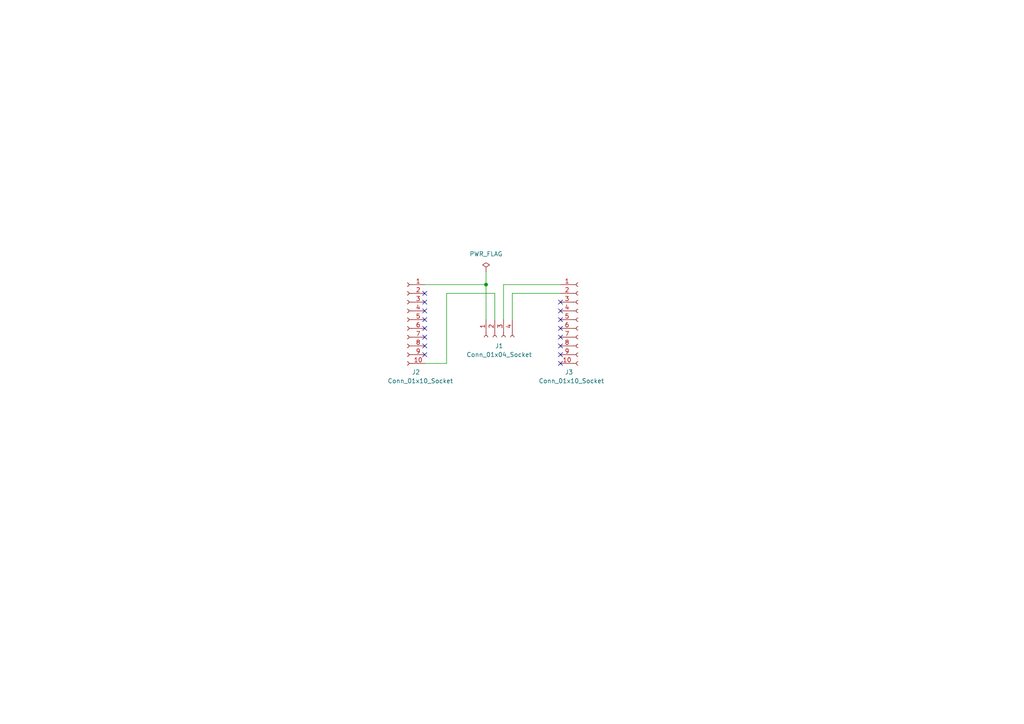
<source format=kicad_sch>
(kicad_sch (version 20230121) (generator eeschema)
  (paper "A4")
  (title_block (title "4-pin FPV Interface for Bitcraze Crazyflie 2.0") (date "2023-10-02") (company "Jose Ignacio Granados Marín") (comment 1 "Desarrollo de un vehículo aéreo no tripulado modular de bajo costo") (comment 2 "Trabajo Final de Graduación") (comment 3 "Área Académica de Ingeniería en Computadores") (comment 4 "Instituto Tecnológico de Costa Rica"))
  (lib_symbols
    (symbol "Connector:Conn_01x04_Socket" (pin_names (offset 1.016) hide)
      (property "Reference" "J" (at 0 5.08 0))
      (property "Value" "Conn_01x04_Socket" (at 0 -7.62 0))
      (symbol "Conn_01x04_Socket_1_1"
        (arc (start 0 -4.572) (mid -0.5058 -5.08) (end 0 -5.588) (stroke (width 0.1524)))
        (arc (start 0 -2.032) (mid -0.5058 -2.54) (end 0 -3.048) (stroke (width 0.1524)))
        (polyline (pts (xy -1.27 -5.08) (xy -0.508 -5.08)) (stroke (width 0.1524)))
        (polyline (pts (xy -1.27 -2.54) (xy -0.508 -2.54)) (stroke (width 0.1524)))
        (polyline (pts (xy -1.27 0) (xy -0.508 0)) (stroke (width 0.1524)))
        (polyline (pts (xy -1.27 2.54) (xy -0.508 2.54)) (stroke (width 0.1524)))
        (arc (start 0 0.508) (mid -0.5058 0) (end 0 -0.508) (stroke (width 0.1524)))
        (arc (start 0 3.048) (mid -0.5058 2.54) (end 0 2.032) (stroke (width 0.1524)))
        (pin passive line (at -5.08 2.54 0) (length 3.81) (name "Pin_1") (number "1"))
        (pin passive line (at -5.08 0 0) (length 3.81) (name "Pin_2") (number "2"))
        (pin passive line (at -5.08 -2.54 0) (length 3.81) (name "Pin_3") (number "3"))
        (pin passive line (at -5.08 -5.08 0) (length 3.81) (name "Pin_4") (number "4"))
      )
    )
    (symbol "Connector:Conn_01x10_Socket" (pin_names (offset 1.016) hide)
      (property "Reference" "J" (at 0 12.7 0))
      (property "Value" "Conn_01x10_Socket" (at 0 -15.24 0))
      (symbol "Conn_01x10_Socket_1_1"
        (arc (start 0 -12.192) (mid -0.5058 -12.7) (end 0 -13.208) (stroke (width 0.1524)))
        (arc (start 0 -9.652) (mid -0.5058 -10.16) (end 0 -10.668) (stroke (width 0.1524)))
        (arc (start 0 -7.112) (mid -0.5058 -7.62) (end 0 -8.128) (stroke (width 0.1524)))
        (arc (start 0 -4.572) (mid -0.5058 -5.08) (end 0 -5.588) (stroke (width 0.1524)))
        (arc (start 0 -2.032) (mid -0.5058 -2.54) (end 0 -3.048) (stroke (width 0.1524)))
        (polyline (pts (xy -1.27 -12.7) (xy -0.508 -12.7)) (stroke (width 0.1524)))
        (polyline (pts (xy -1.27 -10.16) (xy -0.508 -10.16)) (stroke (width 0.1524)))
        (polyline (pts (xy -1.27 -7.62) (xy -0.508 -7.62)) (stroke (width 0.1524)))
        (polyline (pts (xy -1.27 -5.08) (xy -0.508 -5.08)) (stroke (width 0.1524)))
        (polyline (pts (xy -1.27 -2.54) (xy -0.508 -2.54)) (stroke (width 0.1524)))
        (polyline (pts (xy -1.27 0) (xy -0.508 0)) (stroke (width 0.1524)))
        (polyline (pts (xy -1.27 2.54) (xy -0.508 2.54)) (stroke (width 0.1524)))
        (polyline (pts (xy -1.27 5.08) (xy -0.508 5.08)) (stroke (width 0.1524)))
        (polyline (pts (xy -1.27 7.62) (xy -0.508 7.62)) (stroke (width 0.1524)))
        (polyline (pts (xy -1.27 10.16) (xy -0.508 10.16)) (stroke (width 0.1524)))
        (arc (start 0 0.508) (mid -0.5058 0) (end 0 -0.508) (stroke (width 0.1524)))
        (arc (start 0 3.048) (mid -0.5058 2.54) (end 0 2.032) (stroke (width 0.1524)))
        (arc (start 0 5.588) (mid -0.5058 5.08) (end 0 4.572) (stroke (width 0.1524)))
        (arc (start 0 8.128) (mid -0.5058 7.62) (end 0 7.112) (stroke (width 0.1524)))
        (arc (start 0 10.668) (mid -0.5058 10.16) (end 0 9.652) (stroke (width 0.1524)))
        (pin passive line (at -5.08 10.16 0) (length 3.81) (name "Pin_1") (number "1"))
        (pin passive line (at -5.08 -12.7 0) (length 3.81) (name "Pin_10") (number "10"))
        (pin passive line (at -5.08 7.62 0) (length 3.81) (name "Pin_2") (number "2"))
        (pin passive line (at -5.08 5.08 0) (length 3.81) (name "Pin_3") (number "3"))
        (pin passive line (at -5.08 2.54 0) (length 3.81) (name "Pin_4") (number "4"))
        (pin passive line (at -5.08 0 0) (length 3.81) (name "Pin_5") (number "5"))
        (pin passive line (at -5.08 -2.54 0) (length 3.81) (name "Pin_6") (number "6"))
        (pin passive line (at -5.08 -5.08 0) (length 3.81) (name "Pin_7") (number "7"))
        (pin passive line (at -5.08 -7.62 0) (length 3.81) (name "Pin_8") (number "8"))
        (pin passive line (at -5.08 -10.16 0) (length 3.81) (name "Pin_9") (number "9"))
      )
    )
    (symbol "power:PWR_FLAG" (power) (pin_numbers hide) (pin_names (offset 0) hide)
      (property "Value" "PWR_FLAG" (at 0 3.81 0))
      (symbol "PWR_FLAG_0_0"
        (pin power_out line (at 0 0 90) (length 0) (name "pwr") (number "1"))
      )
      (symbol "PWR_FLAG_0_1"
        (polyline (pts (xy 0 0) (xy 0 1.27) (xy -1.016 1.905) (xy 0 2.54) (xy 1.016 1.905) (xy 0 1.27)))
      )
    )
  )
  (junction (at 140.97 82.55))
  (no_connect (at 123.19 100.33))
  (no_connect (at 123.19 95.25))
  (no_connect (at 162.56 100.33))
  (no_connect (at 162.56 102.87))
  (no_connect (at 123.19 90.17))
  (no_connect (at 123.19 92.71))
  (no_connect (at 162.56 97.79))
  (no_connect (at 123.19 85.09))
  (no_connect (at 162.56 87.63))
  (no_connect (at 123.19 87.63))
  (no_connect (at 162.56 105.41))
  (no_connect (at 162.56 95.25))
  (no_connect (at 123.19 102.87))
  (no_connect (at 123.19 97.79))
  (no_connect (at 162.56 92.71))
  (no_connect (at 162.56 90.17))
  (wire (pts (xy 129.54 105.41) (xy 123.19 105.41)))
  (wire (pts (xy 140.97 92.71) (xy 140.97 82.55)))
  (wire (pts (xy 146.05 82.55) (xy 162.56 82.55)))
  (wire (pts (xy 148.59 92.71) (xy 148.59 85.09)))
  (wire (pts (xy 143.51 92.71) (xy 143.51 85.09)))
  (wire (pts (xy 143.51 85.09) (xy 129.54 85.09)))
  (wire (pts (xy 146.05 92.71) (xy 146.05 82.55)))
  (wire (pts (xy 129.54 85.09) (xy 129.54 105.41)))
  (wire (pts (xy 140.97 78.74) (xy 140.97 82.55)))
  (wire (pts (xy 140.97 82.55) (xy 123.19 82.55)))
  (wire (pts (xy 148.59 85.09) (xy 162.56 85.09)))
  (symbol (lib_id "Connector:Conn_01x10_Socket") (at 167.64 92.71 0) (unit 1)
    (property "Reference" "J3" (at 163.83 107.95 0) (effects (justify left)))
    (property "Value" "Conn_01x10_Socket" (at 156.21 110.49 0) (effects (justify left)))
    (property "Footprint" "Connector_PinSocket_2.00mm:PinSocket_1x10_P2.00mm_Vertical" (effects hide))
  )
  (symbol (lib_id "Connector:Conn_01x04_Socket") (at 143.51 97.79 90) (mirror x) (unit 1)
    (property "Reference" "J1" (at 144.78 100.33 90))
    (property "Value" "Conn_01x04_Socket" (at 144.78 102.87 90))
    (property "Footprint" "Connector_JST:JST_XH_B4B-XH-A_1x04_P2.50mm_Vertical" (effects hide))
  )
  (symbol (lib_id "Connector:Conn_01x10_Socket") (at 118.11 92.71 0) (mirror y) (unit 1)
    (property "Reference" "J2" (at 120.65 107.95 0))
    (property "Value" "Conn_01x10_Socket" (at 121.92 110.49 0))
    (property "Footprint" "Connector_PinSocket_2.00mm:PinSocket_1x10_P2.00mm_Vertical" (effects hide))
  )
  (symbol (lib_id "power:PWR_FLAG") (at 140.97 78.74 0) (unit 1)
    (property "Reference" "#FLG01" (effects hide))
    (property "Value" "PWR_FLAG" (at 140.97 73.66 0))
  )
)
</source>
